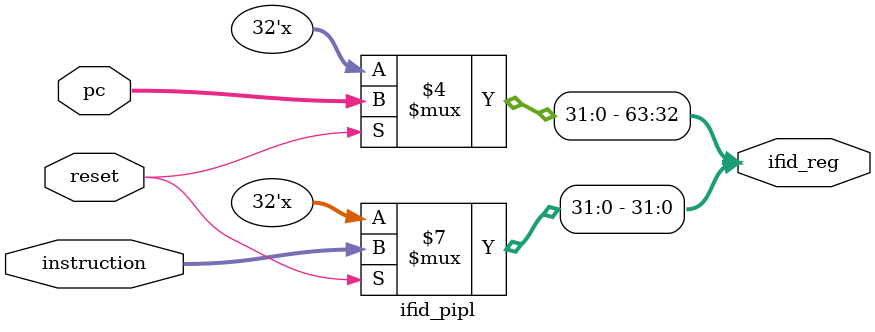
<source format=v>


`timescale 1ns/10ps

module ifid_pipl (
    reset,
    ifid_reg,
    instruction,
    pc
);


input reset;
output [63:0] ifid_reg;
reg [63:0] ifid_reg;
input [31:0] instruction;
input [31:0] pc;




always @(instruction, pc, reset) begin: IFID_PIPL_IF_ID
    if ((reset == 1)) begin
        ifid_reg[(32 + 32)-1:32] = pc;
        ifid_reg[32-1:0] = instruction;
    end
end

endmodule

</source>
